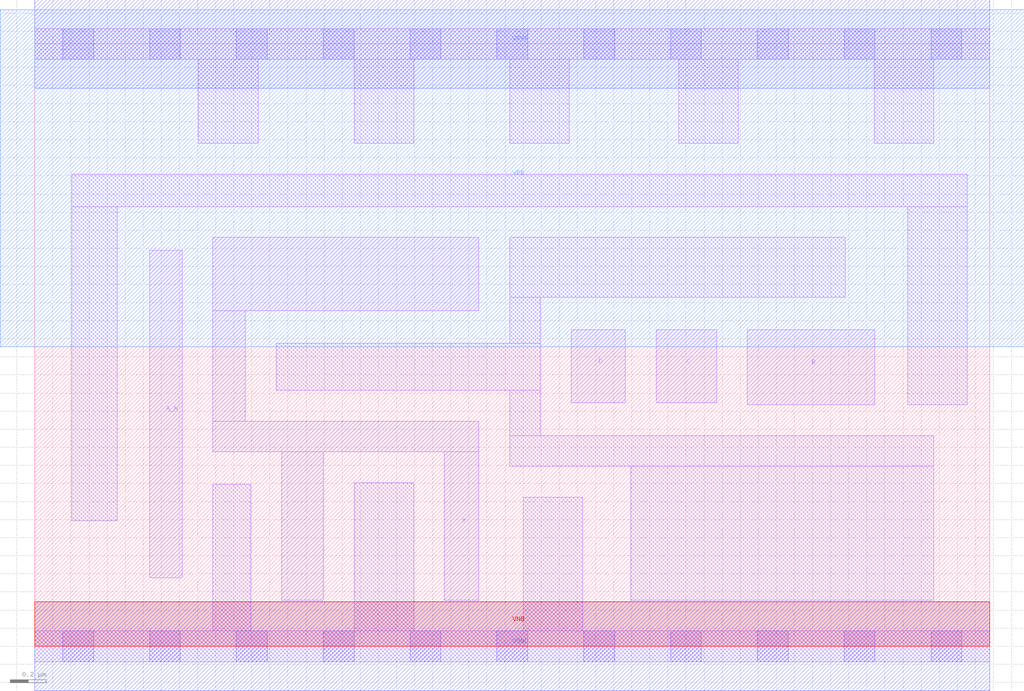
<source format=lef>
# Copyright 2020 The SkyWater PDK Authors
#
# Licensed under the Apache License, Version 2.0 (the "License");
# you may not use this file except in compliance with the License.
# You may obtain a copy of the License at
#
#     https://www.apache.org/licenses/LICENSE-2.0
#
# Unless required by applicable law or agreed to in writing, software
# distributed under the License is distributed on an "AS IS" BASIS,
# WITHOUT WARRANTIES OR CONDITIONS OF ANY KIND, either express or implied.
# See the License for the specific language governing permissions and
# limitations under the License.
#
# SPDX-License-Identifier: Apache-2.0

VERSION 5.7 ;
  NOWIREEXTENSIONATPIN ON ;
  DIVIDERCHAR "/" ;
  BUSBITCHARS "[]" ;
MACRO sky130_fd_sc_lp__and4b_4
  CLASS CORE ;
  FOREIGN sky130_fd_sc_lp__and4b_4 ;
  ORIGIN  0.000000  0.000000 ;
  SIZE  5.280000 BY  3.330000 ;
  SYMMETRY X Y R90 ;
  SITE unit ;
  PIN A_N
    ANTENNAGATEAREA  0.126000 ;
    DIRECTION INPUT ;
    USE SIGNAL ;
    PORT
      LAYER li1 ;
        RECT 0.635000 0.380000 0.815000 2.190000 ;
    END
  END A_N
  PIN B
    ANTENNAGATEAREA  0.315000 ;
    DIRECTION INPUT ;
    USE SIGNAL ;
    PORT
      LAYER li1 ;
        RECT 3.940000 1.335000 4.645000 1.750000 ;
    END
  END B
  PIN C
    ANTENNAGATEAREA  0.315000 ;
    DIRECTION INPUT ;
    USE SIGNAL ;
    PORT
      LAYER li1 ;
        RECT 3.435000 1.345000 3.770000 1.750000 ;
    END
  END C
  PIN D
    ANTENNAGATEAREA  0.315000 ;
    DIRECTION INPUT ;
    USE SIGNAL ;
    PORT
      LAYER li1 ;
        RECT 2.965000 1.345000 3.265000 1.750000 ;
    END
  END D
  PIN X
    ANTENNADIFFAREA  1.176000 ;
    DIRECTION OUTPUT ;
    USE SIGNAL ;
    PORT
      LAYER li1 ;
        RECT 0.985000 1.075000 2.455000 1.245000 ;
        RECT 0.985000 1.245000 1.165000 1.855000 ;
        RECT 0.985000 1.855000 2.455000 2.260000 ;
        RECT 1.365000 0.255000 1.595000 1.075000 ;
        RECT 2.265000 0.255000 2.455000 1.075000 ;
    END
  END X
  PIN VGND
    DIRECTION INOUT ;
    USE GROUND ;
    PORT
      LAYER met1 ;
        RECT 0.000000 -0.245000 5.280000 0.245000 ;
    END
  END VGND
  PIN VNB
    DIRECTION INOUT ;
    USE GROUND ;
    PORT
      LAYER pwell ;
        RECT 0.000000 0.000000 5.280000 0.245000 ;
    END
  END VNB
  PIN VPB
    DIRECTION INOUT ;
    USE POWER ;
    PORT
      LAYER nwell ;
        RECT -0.190000 1.655000 5.470000 3.520000 ;
    END
  END VPB
  PIN VPWR
    DIRECTION INOUT ;
    USE POWER ;
    PORT
      LAYER met1 ;
        RECT 0.000000 3.085000 5.280000 3.575000 ;
    END
  END VPWR
  OBS
    LAYER li1 ;
      RECT 0.000000 -0.085000 5.280000 0.085000 ;
      RECT 0.000000  3.245000 5.280000 3.415000 ;
      RECT 0.205000  0.695000 0.455000 2.430000 ;
      RECT 0.205000  2.430000 5.155000 2.610000 ;
      RECT 0.905000  2.780000 1.235000 3.245000 ;
      RECT 0.985000  0.085000 1.195000 0.895000 ;
      RECT 1.335000  1.415000 2.795000 1.675000 ;
      RECT 1.765000  0.085000 2.095000 0.905000 ;
      RECT 1.765000  2.780000 2.095000 3.245000 ;
      RECT 2.625000  0.995000 4.970000 1.165000 ;
      RECT 2.625000  1.165000 2.795000 1.415000 ;
      RECT 2.625000  1.675000 2.795000 1.930000 ;
      RECT 2.625000  1.930000 4.480000 2.260000 ;
      RECT 2.625000  2.780000 2.955000 3.245000 ;
      RECT 2.700000  0.085000 3.030000 0.825000 ;
      RECT 3.295000  0.255000 4.970000 0.995000 ;
      RECT 3.560000  2.780000 3.890000 3.245000 ;
      RECT 4.640000  2.780000 4.970000 3.245000 ;
      RECT 4.825000  1.335000 5.155000 2.430000 ;
    LAYER mcon ;
      RECT 0.155000 -0.085000 0.325000 0.085000 ;
      RECT 0.155000  3.245000 0.325000 3.415000 ;
      RECT 0.635000 -0.085000 0.805000 0.085000 ;
      RECT 0.635000  3.245000 0.805000 3.415000 ;
      RECT 1.115000 -0.085000 1.285000 0.085000 ;
      RECT 1.115000  3.245000 1.285000 3.415000 ;
      RECT 1.595000 -0.085000 1.765000 0.085000 ;
      RECT 1.595000  3.245000 1.765000 3.415000 ;
      RECT 2.075000 -0.085000 2.245000 0.085000 ;
      RECT 2.075000  3.245000 2.245000 3.415000 ;
      RECT 2.555000 -0.085000 2.725000 0.085000 ;
      RECT 2.555000  3.245000 2.725000 3.415000 ;
      RECT 3.035000 -0.085000 3.205000 0.085000 ;
      RECT 3.035000  3.245000 3.205000 3.415000 ;
      RECT 3.515000 -0.085000 3.685000 0.085000 ;
      RECT 3.515000  3.245000 3.685000 3.415000 ;
      RECT 3.995000 -0.085000 4.165000 0.085000 ;
      RECT 3.995000  3.245000 4.165000 3.415000 ;
      RECT 4.475000 -0.085000 4.645000 0.085000 ;
      RECT 4.475000  3.245000 4.645000 3.415000 ;
      RECT 4.955000 -0.085000 5.125000 0.085000 ;
      RECT 4.955000  3.245000 5.125000 3.415000 ;
  END
END sky130_fd_sc_lp__and4b_4
END LIBRARY

</source>
